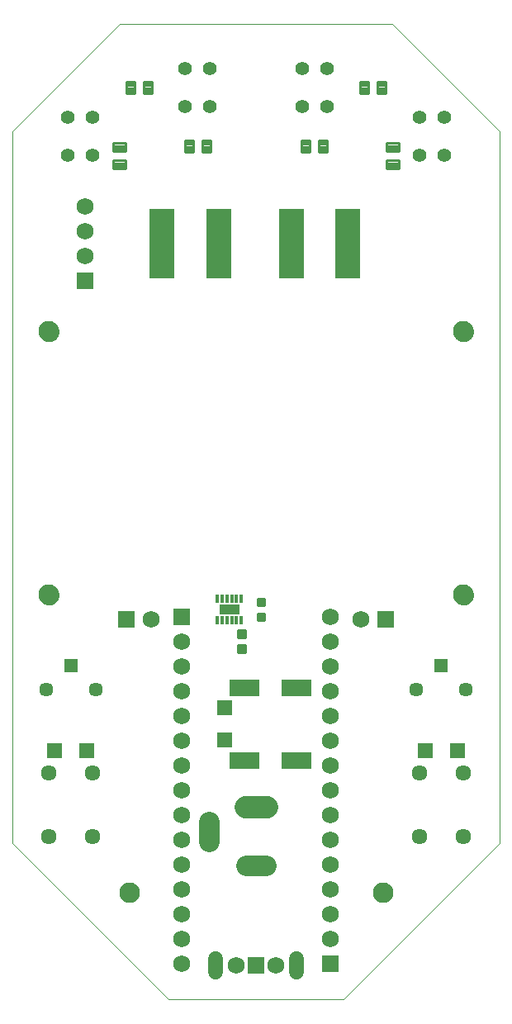
<source format=gts>
G75*
%MOIN*%
%OFA0B0*%
%FSLAX25Y25*%
%IPPOS*%
%LPD*%
%AMOC8*
5,1,8,0,0,1.08239X$1,22.5*
%
%ADD10C,0.00000*%
%ADD11C,0.08274*%
%ADD12R,0.06900X0.06900*%
%ADD13C,0.06900*%
%ADD14C,0.01100*%
%ADD15C,0.05715*%
%ADD16R,0.05715X0.05715*%
%ADD17R,0.05900X0.05900*%
%ADD18C,0.05550*%
%ADD19C,0.08400*%
%ADD20C,0.09061*%
%ADD21C,0.00975*%
%ADD22C,0.05900*%
%ADD23R,0.10243X0.27959*%
%ADD24R,0.01384X0.03550*%
%ADD25R,0.08274X0.03943*%
%ADD26C,0.03975*%
%ADD27R,0.12400X0.06900*%
%ADD28C,0.06337*%
D10*
X0064492Y0011220D02*
X0001500Y0074213D01*
X0001500Y0361614D01*
X0044807Y0404921D01*
X0155043Y0404921D01*
X0198350Y0361614D01*
X0198350Y0074213D01*
X0135358Y0011220D01*
X0064492Y0011220D01*
X0044807Y0054528D02*
X0044809Y0054653D01*
X0044815Y0054778D01*
X0044825Y0054902D01*
X0044839Y0055026D01*
X0044856Y0055150D01*
X0044878Y0055273D01*
X0044904Y0055395D01*
X0044933Y0055517D01*
X0044966Y0055637D01*
X0045004Y0055756D01*
X0045044Y0055875D01*
X0045089Y0055991D01*
X0045137Y0056106D01*
X0045189Y0056220D01*
X0045245Y0056332D01*
X0045304Y0056442D01*
X0045366Y0056550D01*
X0045432Y0056657D01*
X0045501Y0056761D01*
X0045574Y0056862D01*
X0045649Y0056962D01*
X0045728Y0057059D01*
X0045810Y0057153D01*
X0045895Y0057245D01*
X0045982Y0057334D01*
X0046073Y0057420D01*
X0046166Y0057503D01*
X0046262Y0057584D01*
X0046360Y0057661D01*
X0046460Y0057735D01*
X0046563Y0057806D01*
X0046668Y0057873D01*
X0046776Y0057938D01*
X0046885Y0057998D01*
X0046996Y0058056D01*
X0047109Y0058109D01*
X0047223Y0058159D01*
X0047339Y0058206D01*
X0047456Y0058248D01*
X0047575Y0058287D01*
X0047695Y0058323D01*
X0047816Y0058354D01*
X0047938Y0058382D01*
X0048060Y0058405D01*
X0048184Y0058425D01*
X0048308Y0058441D01*
X0048432Y0058453D01*
X0048557Y0058461D01*
X0048682Y0058465D01*
X0048806Y0058465D01*
X0048931Y0058461D01*
X0049056Y0058453D01*
X0049180Y0058441D01*
X0049304Y0058425D01*
X0049428Y0058405D01*
X0049550Y0058382D01*
X0049672Y0058354D01*
X0049793Y0058323D01*
X0049913Y0058287D01*
X0050032Y0058248D01*
X0050149Y0058206D01*
X0050265Y0058159D01*
X0050379Y0058109D01*
X0050492Y0058056D01*
X0050603Y0057998D01*
X0050713Y0057938D01*
X0050820Y0057873D01*
X0050925Y0057806D01*
X0051028Y0057735D01*
X0051128Y0057661D01*
X0051226Y0057584D01*
X0051322Y0057503D01*
X0051415Y0057420D01*
X0051506Y0057334D01*
X0051593Y0057245D01*
X0051678Y0057153D01*
X0051760Y0057059D01*
X0051839Y0056962D01*
X0051914Y0056862D01*
X0051987Y0056761D01*
X0052056Y0056657D01*
X0052122Y0056550D01*
X0052184Y0056442D01*
X0052243Y0056332D01*
X0052299Y0056220D01*
X0052351Y0056106D01*
X0052399Y0055991D01*
X0052444Y0055875D01*
X0052484Y0055756D01*
X0052522Y0055637D01*
X0052555Y0055517D01*
X0052584Y0055395D01*
X0052610Y0055273D01*
X0052632Y0055150D01*
X0052649Y0055026D01*
X0052663Y0054902D01*
X0052673Y0054778D01*
X0052679Y0054653D01*
X0052681Y0054528D01*
X0052679Y0054403D01*
X0052673Y0054278D01*
X0052663Y0054154D01*
X0052649Y0054030D01*
X0052632Y0053906D01*
X0052610Y0053783D01*
X0052584Y0053661D01*
X0052555Y0053539D01*
X0052522Y0053419D01*
X0052484Y0053300D01*
X0052444Y0053181D01*
X0052399Y0053065D01*
X0052351Y0052950D01*
X0052299Y0052836D01*
X0052243Y0052724D01*
X0052184Y0052614D01*
X0052122Y0052506D01*
X0052056Y0052399D01*
X0051987Y0052295D01*
X0051914Y0052194D01*
X0051839Y0052094D01*
X0051760Y0051997D01*
X0051678Y0051903D01*
X0051593Y0051811D01*
X0051506Y0051722D01*
X0051415Y0051636D01*
X0051322Y0051553D01*
X0051226Y0051472D01*
X0051128Y0051395D01*
X0051028Y0051321D01*
X0050925Y0051250D01*
X0050820Y0051183D01*
X0050712Y0051118D01*
X0050603Y0051058D01*
X0050492Y0051000D01*
X0050379Y0050947D01*
X0050265Y0050897D01*
X0050149Y0050850D01*
X0050032Y0050808D01*
X0049913Y0050769D01*
X0049793Y0050733D01*
X0049672Y0050702D01*
X0049550Y0050674D01*
X0049428Y0050651D01*
X0049304Y0050631D01*
X0049180Y0050615D01*
X0049056Y0050603D01*
X0048931Y0050595D01*
X0048806Y0050591D01*
X0048682Y0050591D01*
X0048557Y0050595D01*
X0048432Y0050603D01*
X0048308Y0050615D01*
X0048184Y0050631D01*
X0048060Y0050651D01*
X0047938Y0050674D01*
X0047816Y0050702D01*
X0047695Y0050733D01*
X0047575Y0050769D01*
X0047456Y0050808D01*
X0047339Y0050850D01*
X0047223Y0050897D01*
X0047109Y0050947D01*
X0046996Y0051000D01*
X0046885Y0051058D01*
X0046775Y0051118D01*
X0046668Y0051183D01*
X0046563Y0051250D01*
X0046460Y0051321D01*
X0046360Y0051395D01*
X0046262Y0051472D01*
X0046166Y0051553D01*
X0046073Y0051636D01*
X0045982Y0051722D01*
X0045895Y0051811D01*
X0045810Y0051903D01*
X0045728Y0051997D01*
X0045649Y0052094D01*
X0045574Y0052194D01*
X0045501Y0052295D01*
X0045432Y0052399D01*
X0045366Y0052506D01*
X0045304Y0052614D01*
X0045245Y0052724D01*
X0045189Y0052836D01*
X0045137Y0052950D01*
X0045089Y0053065D01*
X0045044Y0053181D01*
X0045004Y0053300D01*
X0044966Y0053419D01*
X0044933Y0053539D01*
X0044904Y0053661D01*
X0044878Y0053783D01*
X0044856Y0053906D01*
X0044839Y0054030D01*
X0044825Y0054154D01*
X0044815Y0054278D01*
X0044809Y0054403D01*
X0044807Y0054528D01*
X0012327Y0174606D02*
X0012329Y0174731D01*
X0012335Y0174856D01*
X0012345Y0174980D01*
X0012359Y0175104D01*
X0012376Y0175228D01*
X0012398Y0175351D01*
X0012424Y0175473D01*
X0012453Y0175595D01*
X0012486Y0175715D01*
X0012524Y0175834D01*
X0012564Y0175953D01*
X0012609Y0176069D01*
X0012657Y0176184D01*
X0012709Y0176298D01*
X0012765Y0176410D01*
X0012824Y0176520D01*
X0012886Y0176628D01*
X0012952Y0176735D01*
X0013021Y0176839D01*
X0013094Y0176940D01*
X0013169Y0177040D01*
X0013248Y0177137D01*
X0013330Y0177231D01*
X0013415Y0177323D01*
X0013502Y0177412D01*
X0013593Y0177498D01*
X0013686Y0177581D01*
X0013782Y0177662D01*
X0013880Y0177739D01*
X0013980Y0177813D01*
X0014083Y0177884D01*
X0014188Y0177951D01*
X0014296Y0178016D01*
X0014405Y0178076D01*
X0014516Y0178134D01*
X0014629Y0178187D01*
X0014743Y0178237D01*
X0014859Y0178284D01*
X0014976Y0178326D01*
X0015095Y0178365D01*
X0015215Y0178401D01*
X0015336Y0178432D01*
X0015458Y0178460D01*
X0015580Y0178483D01*
X0015704Y0178503D01*
X0015828Y0178519D01*
X0015952Y0178531D01*
X0016077Y0178539D01*
X0016202Y0178543D01*
X0016326Y0178543D01*
X0016451Y0178539D01*
X0016576Y0178531D01*
X0016700Y0178519D01*
X0016824Y0178503D01*
X0016948Y0178483D01*
X0017070Y0178460D01*
X0017192Y0178432D01*
X0017313Y0178401D01*
X0017433Y0178365D01*
X0017552Y0178326D01*
X0017669Y0178284D01*
X0017785Y0178237D01*
X0017899Y0178187D01*
X0018012Y0178134D01*
X0018123Y0178076D01*
X0018233Y0178016D01*
X0018340Y0177951D01*
X0018445Y0177884D01*
X0018548Y0177813D01*
X0018648Y0177739D01*
X0018746Y0177662D01*
X0018842Y0177581D01*
X0018935Y0177498D01*
X0019026Y0177412D01*
X0019113Y0177323D01*
X0019198Y0177231D01*
X0019280Y0177137D01*
X0019359Y0177040D01*
X0019434Y0176940D01*
X0019507Y0176839D01*
X0019576Y0176735D01*
X0019642Y0176628D01*
X0019704Y0176520D01*
X0019763Y0176410D01*
X0019819Y0176298D01*
X0019871Y0176184D01*
X0019919Y0176069D01*
X0019964Y0175953D01*
X0020004Y0175834D01*
X0020042Y0175715D01*
X0020075Y0175595D01*
X0020104Y0175473D01*
X0020130Y0175351D01*
X0020152Y0175228D01*
X0020169Y0175104D01*
X0020183Y0174980D01*
X0020193Y0174856D01*
X0020199Y0174731D01*
X0020201Y0174606D01*
X0020199Y0174481D01*
X0020193Y0174356D01*
X0020183Y0174232D01*
X0020169Y0174108D01*
X0020152Y0173984D01*
X0020130Y0173861D01*
X0020104Y0173739D01*
X0020075Y0173617D01*
X0020042Y0173497D01*
X0020004Y0173378D01*
X0019964Y0173259D01*
X0019919Y0173143D01*
X0019871Y0173028D01*
X0019819Y0172914D01*
X0019763Y0172802D01*
X0019704Y0172692D01*
X0019642Y0172584D01*
X0019576Y0172477D01*
X0019507Y0172373D01*
X0019434Y0172272D01*
X0019359Y0172172D01*
X0019280Y0172075D01*
X0019198Y0171981D01*
X0019113Y0171889D01*
X0019026Y0171800D01*
X0018935Y0171714D01*
X0018842Y0171631D01*
X0018746Y0171550D01*
X0018648Y0171473D01*
X0018548Y0171399D01*
X0018445Y0171328D01*
X0018340Y0171261D01*
X0018232Y0171196D01*
X0018123Y0171136D01*
X0018012Y0171078D01*
X0017899Y0171025D01*
X0017785Y0170975D01*
X0017669Y0170928D01*
X0017552Y0170886D01*
X0017433Y0170847D01*
X0017313Y0170811D01*
X0017192Y0170780D01*
X0017070Y0170752D01*
X0016948Y0170729D01*
X0016824Y0170709D01*
X0016700Y0170693D01*
X0016576Y0170681D01*
X0016451Y0170673D01*
X0016326Y0170669D01*
X0016202Y0170669D01*
X0016077Y0170673D01*
X0015952Y0170681D01*
X0015828Y0170693D01*
X0015704Y0170709D01*
X0015580Y0170729D01*
X0015458Y0170752D01*
X0015336Y0170780D01*
X0015215Y0170811D01*
X0015095Y0170847D01*
X0014976Y0170886D01*
X0014859Y0170928D01*
X0014743Y0170975D01*
X0014629Y0171025D01*
X0014516Y0171078D01*
X0014405Y0171136D01*
X0014295Y0171196D01*
X0014188Y0171261D01*
X0014083Y0171328D01*
X0013980Y0171399D01*
X0013880Y0171473D01*
X0013782Y0171550D01*
X0013686Y0171631D01*
X0013593Y0171714D01*
X0013502Y0171800D01*
X0013415Y0171889D01*
X0013330Y0171981D01*
X0013248Y0172075D01*
X0013169Y0172172D01*
X0013094Y0172272D01*
X0013021Y0172373D01*
X0012952Y0172477D01*
X0012886Y0172584D01*
X0012824Y0172692D01*
X0012765Y0172802D01*
X0012709Y0172914D01*
X0012657Y0173028D01*
X0012609Y0173143D01*
X0012564Y0173259D01*
X0012524Y0173378D01*
X0012486Y0173497D01*
X0012453Y0173617D01*
X0012424Y0173739D01*
X0012398Y0173861D01*
X0012376Y0173984D01*
X0012359Y0174108D01*
X0012345Y0174232D01*
X0012335Y0174356D01*
X0012329Y0174481D01*
X0012327Y0174606D01*
X0012327Y0280906D02*
X0012329Y0281031D01*
X0012335Y0281156D01*
X0012345Y0281280D01*
X0012359Y0281404D01*
X0012376Y0281528D01*
X0012398Y0281651D01*
X0012424Y0281773D01*
X0012453Y0281895D01*
X0012486Y0282015D01*
X0012524Y0282134D01*
X0012564Y0282253D01*
X0012609Y0282369D01*
X0012657Y0282484D01*
X0012709Y0282598D01*
X0012765Y0282710D01*
X0012824Y0282820D01*
X0012886Y0282928D01*
X0012952Y0283035D01*
X0013021Y0283139D01*
X0013094Y0283240D01*
X0013169Y0283340D01*
X0013248Y0283437D01*
X0013330Y0283531D01*
X0013415Y0283623D01*
X0013502Y0283712D01*
X0013593Y0283798D01*
X0013686Y0283881D01*
X0013782Y0283962D01*
X0013880Y0284039D01*
X0013980Y0284113D01*
X0014083Y0284184D01*
X0014188Y0284251D01*
X0014296Y0284316D01*
X0014405Y0284376D01*
X0014516Y0284434D01*
X0014629Y0284487D01*
X0014743Y0284537D01*
X0014859Y0284584D01*
X0014976Y0284626D01*
X0015095Y0284665D01*
X0015215Y0284701D01*
X0015336Y0284732D01*
X0015458Y0284760D01*
X0015580Y0284783D01*
X0015704Y0284803D01*
X0015828Y0284819D01*
X0015952Y0284831D01*
X0016077Y0284839D01*
X0016202Y0284843D01*
X0016326Y0284843D01*
X0016451Y0284839D01*
X0016576Y0284831D01*
X0016700Y0284819D01*
X0016824Y0284803D01*
X0016948Y0284783D01*
X0017070Y0284760D01*
X0017192Y0284732D01*
X0017313Y0284701D01*
X0017433Y0284665D01*
X0017552Y0284626D01*
X0017669Y0284584D01*
X0017785Y0284537D01*
X0017899Y0284487D01*
X0018012Y0284434D01*
X0018123Y0284376D01*
X0018233Y0284316D01*
X0018340Y0284251D01*
X0018445Y0284184D01*
X0018548Y0284113D01*
X0018648Y0284039D01*
X0018746Y0283962D01*
X0018842Y0283881D01*
X0018935Y0283798D01*
X0019026Y0283712D01*
X0019113Y0283623D01*
X0019198Y0283531D01*
X0019280Y0283437D01*
X0019359Y0283340D01*
X0019434Y0283240D01*
X0019507Y0283139D01*
X0019576Y0283035D01*
X0019642Y0282928D01*
X0019704Y0282820D01*
X0019763Y0282710D01*
X0019819Y0282598D01*
X0019871Y0282484D01*
X0019919Y0282369D01*
X0019964Y0282253D01*
X0020004Y0282134D01*
X0020042Y0282015D01*
X0020075Y0281895D01*
X0020104Y0281773D01*
X0020130Y0281651D01*
X0020152Y0281528D01*
X0020169Y0281404D01*
X0020183Y0281280D01*
X0020193Y0281156D01*
X0020199Y0281031D01*
X0020201Y0280906D01*
X0020199Y0280781D01*
X0020193Y0280656D01*
X0020183Y0280532D01*
X0020169Y0280408D01*
X0020152Y0280284D01*
X0020130Y0280161D01*
X0020104Y0280039D01*
X0020075Y0279917D01*
X0020042Y0279797D01*
X0020004Y0279678D01*
X0019964Y0279559D01*
X0019919Y0279443D01*
X0019871Y0279328D01*
X0019819Y0279214D01*
X0019763Y0279102D01*
X0019704Y0278992D01*
X0019642Y0278884D01*
X0019576Y0278777D01*
X0019507Y0278673D01*
X0019434Y0278572D01*
X0019359Y0278472D01*
X0019280Y0278375D01*
X0019198Y0278281D01*
X0019113Y0278189D01*
X0019026Y0278100D01*
X0018935Y0278014D01*
X0018842Y0277931D01*
X0018746Y0277850D01*
X0018648Y0277773D01*
X0018548Y0277699D01*
X0018445Y0277628D01*
X0018340Y0277561D01*
X0018232Y0277496D01*
X0018123Y0277436D01*
X0018012Y0277378D01*
X0017899Y0277325D01*
X0017785Y0277275D01*
X0017669Y0277228D01*
X0017552Y0277186D01*
X0017433Y0277147D01*
X0017313Y0277111D01*
X0017192Y0277080D01*
X0017070Y0277052D01*
X0016948Y0277029D01*
X0016824Y0277009D01*
X0016700Y0276993D01*
X0016576Y0276981D01*
X0016451Y0276973D01*
X0016326Y0276969D01*
X0016202Y0276969D01*
X0016077Y0276973D01*
X0015952Y0276981D01*
X0015828Y0276993D01*
X0015704Y0277009D01*
X0015580Y0277029D01*
X0015458Y0277052D01*
X0015336Y0277080D01*
X0015215Y0277111D01*
X0015095Y0277147D01*
X0014976Y0277186D01*
X0014859Y0277228D01*
X0014743Y0277275D01*
X0014629Y0277325D01*
X0014516Y0277378D01*
X0014405Y0277436D01*
X0014295Y0277496D01*
X0014188Y0277561D01*
X0014083Y0277628D01*
X0013980Y0277699D01*
X0013880Y0277773D01*
X0013782Y0277850D01*
X0013686Y0277931D01*
X0013593Y0278014D01*
X0013502Y0278100D01*
X0013415Y0278189D01*
X0013330Y0278281D01*
X0013248Y0278375D01*
X0013169Y0278472D01*
X0013094Y0278572D01*
X0013021Y0278673D01*
X0012952Y0278777D01*
X0012886Y0278884D01*
X0012824Y0278992D01*
X0012765Y0279102D01*
X0012709Y0279214D01*
X0012657Y0279328D01*
X0012609Y0279443D01*
X0012564Y0279559D01*
X0012524Y0279678D01*
X0012486Y0279797D01*
X0012453Y0279917D01*
X0012424Y0280039D01*
X0012398Y0280161D01*
X0012376Y0280284D01*
X0012359Y0280408D01*
X0012345Y0280532D01*
X0012335Y0280656D01*
X0012329Y0280781D01*
X0012327Y0280906D01*
X0147169Y0054528D02*
X0147171Y0054653D01*
X0147177Y0054778D01*
X0147187Y0054902D01*
X0147201Y0055026D01*
X0147218Y0055150D01*
X0147240Y0055273D01*
X0147266Y0055395D01*
X0147295Y0055517D01*
X0147328Y0055637D01*
X0147366Y0055756D01*
X0147406Y0055875D01*
X0147451Y0055991D01*
X0147499Y0056106D01*
X0147551Y0056220D01*
X0147607Y0056332D01*
X0147666Y0056442D01*
X0147728Y0056550D01*
X0147794Y0056657D01*
X0147863Y0056761D01*
X0147936Y0056862D01*
X0148011Y0056962D01*
X0148090Y0057059D01*
X0148172Y0057153D01*
X0148257Y0057245D01*
X0148344Y0057334D01*
X0148435Y0057420D01*
X0148528Y0057503D01*
X0148624Y0057584D01*
X0148722Y0057661D01*
X0148822Y0057735D01*
X0148925Y0057806D01*
X0149030Y0057873D01*
X0149138Y0057938D01*
X0149247Y0057998D01*
X0149358Y0058056D01*
X0149471Y0058109D01*
X0149585Y0058159D01*
X0149701Y0058206D01*
X0149818Y0058248D01*
X0149937Y0058287D01*
X0150057Y0058323D01*
X0150178Y0058354D01*
X0150300Y0058382D01*
X0150422Y0058405D01*
X0150546Y0058425D01*
X0150670Y0058441D01*
X0150794Y0058453D01*
X0150919Y0058461D01*
X0151044Y0058465D01*
X0151168Y0058465D01*
X0151293Y0058461D01*
X0151418Y0058453D01*
X0151542Y0058441D01*
X0151666Y0058425D01*
X0151790Y0058405D01*
X0151912Y0058382D01*
X0152034Y0058354D01*
X0152155Y0058323D01*
X0152275Y0058287D01*
X0152394Y0058248D01*
X0152511Y0058206D01*
X0152627Y0058159D01*
X0152741Y0058109D01*
X0152854Y0058056D01*
X0152965Y0057998D01*
X0153075Y0057938D01*
X0153182Y0057873D01*
X0153287Y0057806D01*
X0153390Y0057735D01*
X0153490Y0057661D01*
X0153588Y0057584D01*
X0153684Y0057503D01*
X0153777Y0057420D01*
X0153868Y0057334D01*
X0153955Y0057245D01*
X0154040Y0057153D01*
X0154122Y0057059D01*
X0154201Y0056962D01*
X0154276Y0056862D01*
X0154349Y0056761D01*
X0154418Y0056657D01*
X0154484Y0056550D01*
X0154546Y0056442D01*
X0154605Y0056332D01*
X0154661Y0056220D01*
X0154713Y0056106D01*
X0154761Y0055991D01*
X0154806Y0055875D01*
X0154846Y0055756D01*
X0154884Y0055637D01*
X0154917Y0055517D01*
X0154946Y0055395D01*
X0154972Y0055273D01*
X0154994Y0055150D01*
X0155011Y0055026D01*
X0155025Y0054902D01*
X0155035Y0054778D01*
X0155041Y0054653D01*
X0155043Y0054528D01*
X0155041Y0054403D01*
X0155035Y0054278D01*
X0155025Y0054154D01*
X0155011Y0054030D01*
X0154994Y0053906D01*
X0154972Y0053783D01*
X0154946Y0053661D01*
X0154917Y0053539D01*
X0154884Y0053419D01*
X0154846Y0053300D01*
X0154806Y0053181D01*
X0154761Y0053065D01*
X0154713Y0052950D01*
X0154661Y0052836D01*
X0154605Y0052724D01*
X0154546Y0052614D01*
X0154484Y0052506D01*
X0154418Y0052399D01*
X0154349Y0052295D01*
X0154276Y0052194D01*
X0154201Y0052094D01*
X0154122Y0051997D01*
X0154040Y0051903D01*
X0153955Y0051811D01*
X0153868Y0051722D01*
X0153777Y0051636D01*
X0153684Y0051553D01*
X0153588Y0051472D01*
X0153490Y0051395D01*
X0153390Y0051321D01*
X0153287Y0051250D01*
X0153182Y0051183D01*
X0153074Y0051118D01*
X0152965Y0051058D01*
X0152854Y0051000D01*
X0152741Y0050947D01*
X0152627Y0050897D01*
X0152511Y0050850D01*
X0152394Y0050808D01*
X0152275Y0050769D01*
X0152155Y0050733D01*
X0152034Y0050702D01*
X0151912Y0050674D01*
X0151790Y0050651D01*
X0151666Y0050631D01*
X0151542Y0050615D01*
X0151418Y0050603D01*
X0151293Y0050595D01*
X0151168Y0050591D01*
X0151044Y0050591D01*
X0150919Y0050595D01*
X0150794Y0050603D01*
X0150670Y0050615D01*
X0150546Y0050631D01*
X0150422Y0050651D01*
X0150300Y0050674D01*
X0150178Y0050702D01*
X0150057Y0050733D01*
X0149937Y0050769D01*
X0149818Y0050808D01*
X0149701Y0050850D01*
X0149585Y0050897D01*
X0149471Y0050947D01*
X0149358Y0051000D01*
X0149247Y0051058D01*
X0149137Y0051118D01*
X0149030Y0051183D01*
X0148925Y0051250D01*
X0148822Y0051321D01*
X0148722Y0051395D01*
X0148624Y0051472D01*
X0148528Y0051553D01*
X0148435Y0051636D01*
X0148344Y0051722D01*
X0148257Y0051811D01*
X0148172Y0051903D01*
X0148090Y0051997D01*
X0148011Y0052094D01*
X0147936Y0052194D01*
X0147863Y0052295D01*
X0147794Y0052399D01*
X0147728Y0052506D01*
X0147666Y0052614D01*
X0147607Y0052724D01*
X0147551Y0052836D01*
X0147499Y0052950D01*
X0147451Y0053065D01*
X0147406Y0053181D01*
X0147366Y0053300D01*
X0147328Y0053419D01*
X0147295Y0053539D01*
X0147266Y0053661D01*
X0147240Y0053783D01*
X0147218Y0053906D01*
X0147201Y0054030D01*
X0147187Y0054154D01*
X0147177Y0054278D01*
X0147171Y0054403D01*
X0147169Y0054528D01*
X0179650Y0174606D02*
X0179652Y0174731D01*
X0179658Y0174856D01*
X0179668Y0174980D01*
X0179682Y0175104D01*
X0179699Y0175228D01*
X0179721Y0175351D01*
X0179747Y0175473D01*
X0179776Y0175595D01*
X0179809Y0175715D01*
X0179847Y0175834D01*
X0179887Y0175953D01*
X0179932Y0176069D01*
X0179980Y0176184D01*
X0180032Y0176298D01*
X0180088Y0176410D01*
X0180147Y0176520D01*
X0180209Y0176628D01*
X0180275Y0176735D01*
X0180344Y0176839D01*
X0180417Y0176940D01*
X0180492Y0177040D01*
X0180571Y0177137D01*
X0180653Y0177231D01*
X0180738Y0177323D01*
X0180825Y0177412D01*
X0180916Y0177498D01*
X0181009Y0177581D01*
X0181105Y0177662D01*
X0181203Y0177739D01*
X0181303Y0177813D01*
X0181406Y0177884D01*
X0181511Y0177951D01*
X0181619Y0178016D01*
X0181728Y0178076D01*
X0181839Y0178134D01*
X0181952Y0178187D01*
X0182066Y0178237D01*
X0182182Y0178284D01*
X0182299Y0178326D01*
X0182418Y0178365D01*
X0182538Y0178401D01*
X0182659Y0178432D01*
X0182781Y0178460D01*
X0182903Y0178483D01*
X0183027Y0178503D01*
X0183151Y0178519D01*
X0183275Y0178531D01*
X0183400Y0178539D01*
X0183525Y0178543D01*
X0183649Y0178543D01*
X0183774Y0178539D01*
X0183899Y0178531D01*
X0184023Y0178519D01*
X0184147Y0178503D01*
X0184271Y0178483D01*
X0184393Y0178460D01*
X0184515Y0178432D01*
X0184636Y0178401D01*
X0184756Y0178365D01*
X0184875Y0178326D01*
X0184992Y0178284D01*
X0185108Y0178237D01*
X0185222Y0178187D01*
X0185335Y0178134D01*
X0185446Y0178076D01*
X0185556Y0178016D01*
X0185663Y0177951D01*
X0185768Y0177884D01*
X0185871Y0177813D01*
X0185971Y0177739D01*
X0186069Y0177662D01*
X0186165Y0177581D01*
X0186258Y0177498D01*
X0186349Y0177412D01*
X0186436Y0177323D01*
X0186521Y0177231D01*
X0186603Y0177137D01*
X0186682Y0177040D01*
X0186757Y0176940D01*
X0186830Y0176839D01*
X0186899Y0176735D01*
X0186965Y0176628D01*
X0187027Y0176520D01*
X0187086Y0176410D01*
X0187142Y0176298D01*
X0187194Y0176184D01*
X0187242Y0176069D01*
X0187287Y0175953D01*
X0187327Y0175834D01*
X0187365Y0175715D01*
X0187398Y0175595D01*
X0187427Y0175473D01*
X0187453Y0175351D01*
X0187475Y0175228D01*
X0187492Y0175104D01*
X0187506Y0174980D01*
X0187516Y0174856D01*
X0187522Y0174731D01*
X0187524Y0174606D01*
X0187522Y0174481D01*
X0187516Y0174356D01*
X0187506Y0174232D01*
X0187492Y0174108D01*
X0187475Y0173984D01*
X0187453Y0173861D01*
X0187427Y0173739D01*
X0187398Y0173617D01*
X0187365Y0173497D01*
X0187327Y0173378D01*
X0187287Y0173259D01*
X0187242Y0173143D01*
X0187194Y0173028D01*
X0187142Y0172914D01*
X0187086Y0172802D01*
X0187027Y0172692D01*
X0186965Y0172584D01*
X0186899Y0172477D01*
X0186830Y0172373D01*
X0186757Y0172272D01*
X0186682Y0172172D01*
X0186603Y0172075D01*
X0186521Y0171981D01*
X0186436Y0171889D01*
X0186349Y0171800D01*
X0186258Y0171714D01*
X0186165Y0171631D01*
X0186069Y0171550D01*
X0185971Y0171473D01*
X0185871Y0171399D01*
X0185768Y0171328D01*
X0185663Y0171261D01*
X0185555Y0171196D01*
X0185446Y0171136D01*
X0185335Y0171078D01*
X0185222Y0171025D01*
X0185108Y0170975D01*
X0184992Y0170928D01*
X0184875Y0170886D01*
X0184756Y0170847D01*
X0184636Y0170811D01*
X0184515Y0170780D01*
X0184393Y0170752D01*
X0184271Y0170729D01*
X0184147Y0170709D01*
X0184023Y0170693D01*
X0183899Y0170681D01*
X0183774Y0170673D01*
X0183649Y0170669D01*
X0183525Y0170669D01*
X0183400Y0170673D01*
X0183275Y0170681D01*
X0183151Y0170693D01*
X0183027Y0170709D01*
X0182903Y0170729D01*
X0182781Y0170752D01*
X0182659Y0170780D01*
X0182538Y0170811D01*
X0182418Y0170847D01*
X0182299Y0170886D01*
X0182182Y0170928D01*
X0182066Y0170975D01*
X0181952Y0171025D01*
X0181839Y0171078D01*
X0181728Y0171136D01*
X0181618Y0171196D01*
X0181511Y0171261D01*
X0181406Y0171328D01*
X0181303Y0171399D01*
X0181203Y0171473D01*
X0181105Y0171550D01*
X0181009Y0171631D01*
X0180916Y0171714D01*
X0180825Y0171800D01*
X0180738Y0171889D01*
X0180653Y0171981D01*
X0180571Y0172075D01*
X0180492Y0172172D01*
X0180417Y0172272D01*
X0180344Y0172373D01*
X0180275Y0172477D01*
X0180209Y0172584D01*
X0180147Y0172692D01*
X0180088Y0172802D01*
X0180032Y0172914D01*
X0179980Y0173028D01*
X0179932Y0173143D01*
X0179887Y0173259D01*
X0179847Y0173378D01*
X0179809Y0173497D01*
X0179776Y0173617D01*
X0179747Y0173739D01*
X0179721Y0173861D01*
X0179699Y0173984D01*
X0179682Y0174108D01*
X0179668Y0174232D01*
X0179658Y0174356D01*
X0179652Y0174481D01*
X0179650Y0174606D01*
X0179650Y0280906D02*
X0179652Y0281031D01*
X0179658Y0281156D01*
X0179668Y0281280D01*
X0179682Y0281404D01*
X0179699Y0281528D01*
X0179721Y0281651D01*
X0179747Y0281773D01*
X0179776Y0281895D01*
X0179809Y0282015D01*
X0179847Y0282134D01*
X0179887Y0282253D01*
X0179932Y0282369D01*
X0179980Y0282484D01*
X0180032Y0282598D01*
X0180088Y0282710D01*
X0180147Y0282820D01*
X0180209Y0282928D01*
X0180275Y0283035D01*
X0180344Y0283139D01*
X0180417Y0283240D01*
X0180492Y0283340D01*
X0180571Y0283437D01*
X0180653Y0283531D01*
X0180738Y0283623D01*
X0180825Y0283712D01*
X0180916Y0283798D01*
X0181009Y0283881D01*
X0181105Y0283962D01*
X0181203Y0284039D01*
X0181303Y0284113D01*
X0181406Y0284184D01*
X0181511Y0284251D01*
X0181619Y0284316D01*
X0181728Y0284376D01*
X0181839Y0284434D01*
X0181952Y0284487D01*
X0182066Y0284537D01*
X0182182Y0284584D01*
X0182299Y0284626D01*
X0182418Y0284665D01*
X0182538Y0284701D01*
X0182659Y0284732D01*
X0182781Y0284760D01*
X0182903Y0284783D01*
X0183027Y0284803D01*
X0183151Y0284819D01*
X0183275Y0284831D01*
X0183400Y0284839D01*
X0183525Y0284843D01*
X0183649Y0284843D01*
X0183774Y0284839D01*
X0183899Y0284831D01*
X0184023Y0284819D01*
X0184147Y0284803D01*
X0184271Y0284783D01*
X0184393Y0284760D01*
X0184515Y0284732D01*
X0184636Y0284701D01*
X0184756Y0284665D01*
X0184875Y0284626D01*
X0184992Y0284584D01*
X0185108Y0284537D01*
X0185222Y0284487D01*
X0185335Y0284434D01*
X0185446Y0284376D01*
X0185556Y0284316D01*
X0185663Y0284251D01*
X0185768Y0284184D01*
X0185871Y0284113D01*
X0185971Y0284039D01*
X0186069Y0283962D01*
X0186165Y0283881D01*
X0186258Y0283798D01*
X0186349Y0283712D01*
X0186436Y0283623D01*
X0186521Y0283531D01*
X0186603Y0283437D01*
X0186682Y0283340D01*
X0186757Y0283240D01*
X0186830Y0283139D01*
X0186899Y0283035D01*
X0186965Y0282928D01*
X0187027Y0282820D01*
X0187086Y0282710D01*
X0187142Y0282598D01*
X0187194Y0282484D01*
X0187242Y0282369D01*
X0187287Y0282253D01*
X0187327Y0282134D01*
X0187365Y0282015D01*
X0187398Y0281895D01*
X0187427Y0281773D01*
X0187453Y0281651D01*
X0187475Y0281528D01*
X0187492Y0281404D01*
X0187506Y0281280D01*
X0187516Y0281156D01*
X0187522Y0281031D01*
X0187524Y0280906D01*
X0187522Y0280781D01*
X0187516Y0280656D01*
X0187506Y0280532D01*
X0187492Y0280408D01*
X0187475Y0280284D01*
X0187453Y0280161D01*
X0187427Y0280039D01*
X0187398Y0279917D01*
X0187365Y0279797D01*
X0187327Y0279678D01*
X0187287Y0279559D01*
X0187242Y0279443D01*
X0187194Y0279328D01*
X0187142Y0279214D01*
X0187086Y0279102D01*
X0187027Y0278992D01*
X0186965Y0278884D01*
X0186899Y0278777D01*
X0186830Y0278673D01*
X0186757Y0278572D01*
X0186682Y0278472D01*
X0186603Y0278375D01*
X0186521Y0278281D01*
X0186436Y0278189D01*
X0186349Y0278100D01*
X0186258Y0278014D01*
X0186165Y0277931D01*
X0186069Y0277850D01*
X0185971Y0277773D01*
X0185871Y0277699D01*
X0185768Y0277628D01*
X0185663Y0277561D01*
X0185555Y0277496D01*
X0185446Y0277436D01*
X0185335Y0277378D01*
X0185222Y0277325D01*
X0185108Y0277275D01*
X0184992Y0277228D01*
X0184875Y0277186D01*
X0184756Y0277147D01*
X0184636Y0277111D01*
X0184515Y0277080D01*
X0184393Y0277052D01*
X0184271Y0277029D01*
X0184147Y0277009D01*
X0184023Y0276993D01*
X0183899Y0276981D01*
X0183774Y0276973D01*
X0183649Y0276969D01*
X0183525Y0276969D01*
X0183400Y0276973D01*
X0183275Y0276981D01*
X0183151Y0276993D01*
X0183027Y0277009D01*
X0182903Y0277029D01*
X0182781Y0277052D01*
X0182659Y0277080D01*
X0182538Y0277111D01*
X0182418Y0277147D01*
X0182299Y0277186D01*
X0182182Y0277228D01*
X0182066Y0277275D01*
X0181952Y0277325D01*
X0181839Y0277378D01*
X0181728Y0277436D01*
X0181618Y0277496D01*
X0181511Y0277561D01*
X0181406Y0277628D01*
X0181303Y0277699D01*
X0181203Y0277773D01*
X0181105Y0277850D01*
X0181009Y0277931D01*
X0180916Y0278014D01*
X0180825Y0278100D01*
X0180738Y0278189D01*
X0180653Y0278281D01*
X0180571Y0278375D01*
X0180492Y0278472D01*
X0180417Y0278572D01*
X0180344Y0278673D01*
X0180275Y0278777D01*
X0180209Y0278884D01*
X0180147Y0278992D01*
X0180088Y0279102D01*
X0180032Y0279214D01*
X0179980Y0279328D01*
X0179932Y0279443D01*
X0179887Y0279559D01*
X0179847Y0279678D01*
X0179809Y0279797D01*
X0179776Y0279917D01*
X0179747Y0280039D01*
X0179721Y0280161D01*
X0179699Y0280284D01*
X0179682Y0280408D01*
X0179668Y0280532D01*
X0179658Y0280656D01*
X0179652Y0280781D01*
X0179650Y0280906D01*
D11*
X0183587Y0280906D03*
X0183587Y0174606D03*
X0151106Y0054528D03*
X0048744Y0054528D03*
X0016264Y0174606D03*
X0016264Y0280906D03*
D12*
X0031028Y0301339D03*
X0047681Y0164764D03*
X0069925Y0165728D03*
X0099925Y0025000D03*
X0129925Y0025709D03*
X0152169Y0164764D03*
D13*
X0142169Y0164764D03*
X0129925Y0165709D03*
X0129925Y0155709D03*
X0129925Y0145709D03*
X0129925Y0135709D03*
X0129925Y0125709D03*
X0129925Y0115709D03*
X0129925Y0105709D03*
X0129925Y0095709D03*
X0129925Y0085709D03*
X0129925Y0075709D03*
X0129925Y0065709D03*
X0129925Y0055709D03*
X0129925Y0045709D03*
X0129925Y0035709D03*
X0107925Y0025000D03*
X0091925Y0025000D03*
X0069925Y0025728D03*
X0069925Y0035728D03*
X0069925Y0045728D03*
X0069925Y0055728D03*
X0069925Y0065728D03*
X0069925Y0075728D03*
X0069925Y0085728D03*
X0069925Y0095728D03*
X0069925Y0105728D03*
X0069925Y0115728D03*
X0069925Y0125728D03*
X0069925Y0135728D03*
X0069925Y0145728D03*
X0069925Y0155728D03*
X0057681Y0164764D03*
X0031028Y0311339D03*
X0031028Y0321339D03*
X0031028Y0331339D03*
D14*
X0042407Y0346622D02*
X0042407Y0349922D01*
X0047207Y0349922D01*
X0047207Y0346622D01*
X0042407Y0346622D01*
X0042407Y0347721D02*
X0047207Y0347721D01*
X0047207Y0348820D02*
X0042407Y0348820D01*
X0042407Y0349919D02*
X0047207Y0349919D01*
X0042407Y0353622D02*
X0042407Y0356922D01*
X0047207Y0356922D01*
X0047207Y0353622D01*
X0042407Y0353622D01*
X0042407Y0354721D02*
X0047207Y0354721D01*
X0047207Y0355820D02*
X0042407Y0355820D01*
X0042407Y0356919D02*
X0047207Y0356919D01*
X0047531Y0376931D02*
X0050831Y0376931D01*
X0047531Y0376931D02*
X0047531Y0381731D01*
X0050831Y0381731D01*
X0050831Y0376931D01*
X0050831Y0378030D02*
X0047531Y0378030D01*
X0047531Y0379129D02*
X0050831Y0379129D01*
X0050831Y0380228D02*
X0047531Y0380228D01*
X0047531Y0381327D02*
X0050831Y0381327D01*
X0054531Y0376931D02*
X0057831Y0376931D01*
X0054531Y0376931D02*
X0054531Y0381731D01*
X0057831Y0381731D01*
X0057831Y0376931D01*
X0057831Y0378030D02*
X0054531Y0378030D01*
X0054531Y0379129D02*
X0057831Y0379129D01*
X0057831Y0380228D02*
X0054531Y0380228D01*
X0054531Y0381327D02*
X0057831Y0381327D01*
X0071153Y0353309D02*
X0074453Y0353309D01*
X0071153Y0353309D02*
X0071153Y0358109D01*
X0074453Y0358109D01*
X0074453Y0353309D01*
X0074453Y0354408D02*
X0071153Y0354408D01*
X0071153Y0355507D02*
X0074453Y0355507D01*
X0074453Y0356606D02*
X0071153Y0356606D01*
X0071153Y0357705D02*
X0074453Y0357705D01*
X0078153Y0353309D02*
X0081453Y0353309D01*
X0078153Y0353309D02*
X0078153Y0358109D01*
X0081453Y0358109D01*
X0081453Y0353309D01*
X0081453Y0354408D02*
X0078153Y0354408D01*
X0078153Y0355507D02*
X0081453Y0355507D01*
X0081453Y0356606D02*
X0078153Y0356606D01*
X0078153Y0357705D02*
X0081453Y0357705D01*
X0118397Y0353309D02*
X0121697Y0353309D01*
X0118397Y0353309D02*
X0118397Y0358109D01*
X0121697Y0358109D01*
X0121697Y0353309D01*
X0121697Y0354408D02*
X0118397Y0354408D01*
X0118397Y0355507D02*
X0121697Y0355507D01*
X0121697Y0356606D02*
X0118397Y0356606D01*
X0118397Y0357705D02*
X0121697Y0357705D01*
X0125397Y0353309D02*
X0128697Y0353309D01*
X0125397Y0353309D02*
X0125397Y0358109D01*
X0128697Y0358109D01*
X0128697Y0353309D01*
X0128697Y0354408D02*
X0125397Y0354408D01*
X0125397Y0355507D02*
X0128697Y0355507D01*
X0128697Y0356606D02*
X0125397Y0356606D01*
X0125397Y0357705D02*
X0128697Y0357705D01*
X0142019Y0381731D02*
X0145319Y0381731D01*
X0145319Y0376931D01*
X0142019Y0376931D01*
X0142019Y0381731D01*
X0142019Y0378030D02*
X0145319Y0378030D01*
X0145319Y0379129D02*
X0142019Y0379129D01*
X0142019Y0380228D02*
X0145319Y0380228D01*
X0145319Y0381327D02*
X0142019Y0381327D01*
X0149019Y0381731D02*
X0152319Y0381731D01*
X0152319Y0376931D01*
X0149019Y0376931D01*
X0149019Y0381731D01*
X0149019Y0378030D02*
X0152319Y0378030D01*
X0152319Y0379129D02*
X0149019Y0379129D01*
X0149019Y0380228D02*
X0152319Y0380228D01*
X0152319Y0381327D02*
X0149019Y0381327D01*
X0152643Y0356922D02*
X0152643Y0353622D01*
X0152643Y0356922D02*
X0157443Y0356922D01*
X0157443Y0353622D01*
X0152643Y0353622D01*
X0152643Y0354721D02*
X0157443Y0354721D01*
X0157443Y0355820D02*
X0152643Y0355820D01*
X0152643Y0356919D02*
X0157443Y0356919D01*
X0152643Y0349922D02*
X0152643Y0346622D01*
X0152643Y0349922D02*
X0157443Y0349922D01*
X0157443Y0346622D01*
X0152643Y0346622D01*
X0152643Y0347721D02*
X0157443Y0347721D01*
X0157443Y0348820D02*
X0152643Y0348820D01*
X0152643Y0349919D02*
X0157443Y0349919D01*
D15*
X0164728Y0136220D03*
X0184728Y0136220D03*
X0035122Y0136220D03*
X0015122Y0136220D03*
D16*
X0025122Y0146063D03*
X0174728Y0146063D03*
D17*
X0168228Y0111614D03*
X0181228Y0111614D03*
X0087130Y0115941D03*
X0087130Y0128941D03*
X0031622Y0111614D03*
X0018622Y0111614D03*
D18*
X0024059Y0351890D03*
X0024059Y0367402D03*
X0034059Y0367402D03*
X0034059Y0351890D03*
X0071303Y0371575D03*
X0071303Y0387087D03*
X0081303Y0387087D03*
X0081303Y0371575D03*
X0118547Y0371575D03*
X0118547Y0387087D03*
X0128547Y0387087D03*
X0128547Y0371575D03*
X0165791Y0367402D03*
X0165791Y0351890D03*
X0175791Y0351890D03*
X0175791Y0367402D03*
D19*
X0081028Y0083134D02*
X0081028Y0075134D01*
X0095925Y0065354D02*
X0103925Y0065354D01*
D20*
X0104256Y0088976D02*
X0095594Y0088976D01*
D21*
X0092557Y0151443D02*
X0092557Y0154369D01*
X0095483Y0154369D01*
X0095483Y0151443D01*
X0092557Y0151443D01*
X0092557Y0152417D02*
X0095483Y0152417D01*
X0095483Y0153391D02*
X0092557Y0153391D01*
X0092557Y0154365D02*
X0095483Y0154365D01*
X0092557Y0157443D02*
X0092557Y0160369D01*
X0095483Y0160369D01*
X0095483Y0157443D01*
X0092557Y0157443D01*
X0092557Y0158417D02*
X0095483Y0158417D01*
X0095483Y0159391D02*
X0092557Y0159391D01*
X0092557Y0160365D02*
X0095483Y0160365D01*
X0100431Y0164238D02*
X0100431Y0167164D01*
X0103357Y0167164D01*
X0103357Y0164238D01*
X0100431Y0164238D01*
X0100431Y0165212D02*
X0103357Y0165212D01*
X0103357Y0166186D02*
X0100431Y0166186D01*
X0100431Y0167160D02*
X0103357Y0167160D01*
X0100431Y0170238D02*
X0100431Y0173164D01*
X0103357Y0173164D01*
X0103357Y0170238D01*
X0100431Y0170238D01*
X0100431Y0171212D02*
X0103357Y0171212D01*
X0103357Y0172186D02*
X0100431Y0172186D01*
X0100431Y0173160D02*
X0103357Y0173160D01*
D22*
X0116325Y0027750D02*
X0116325Y0022250D01*
X0083525Y0022250D02*
X0083525Y0027750D01*
D23*
X0084768Y0316339D03*
X0061933Y0316339D03*
X0114098Y0316339D03*
X0136933Y0316339D03*
D24*
X0094020Y0173031D03*
X0092051Y0173031D03*
X0090083Y0173031D03*
X0088114Y0173031D03*
X0086146Y0173031D03*
X0084177Y0173031D03*
X0084177Y0164370D03*
X0086146Y0164370D03*
X0088114Y0164370D03*
X0090083Y0164370D03*
X0092051Y0164370D03*
X0094020Y0164370D03*
D25*
X0089098Y0168701D03*
D26*
X0089098Y0168701D03*
D27*
X0095331Y0137205D03*
X0095331Y0107677D03*
X0116331Y0107677D03*
X0116331Y0137205D03*
D28*
X0165870Y0102756D03*
X0165870Y0077165D03*
X0183587Y0077165D03*
X0183587Y0102756D03*
X0033980Y0102756D03*
X0033980Y0077165D03*
X0016264Y0077165D03*
X0016264Y0102756D03*
M02*

</source>
